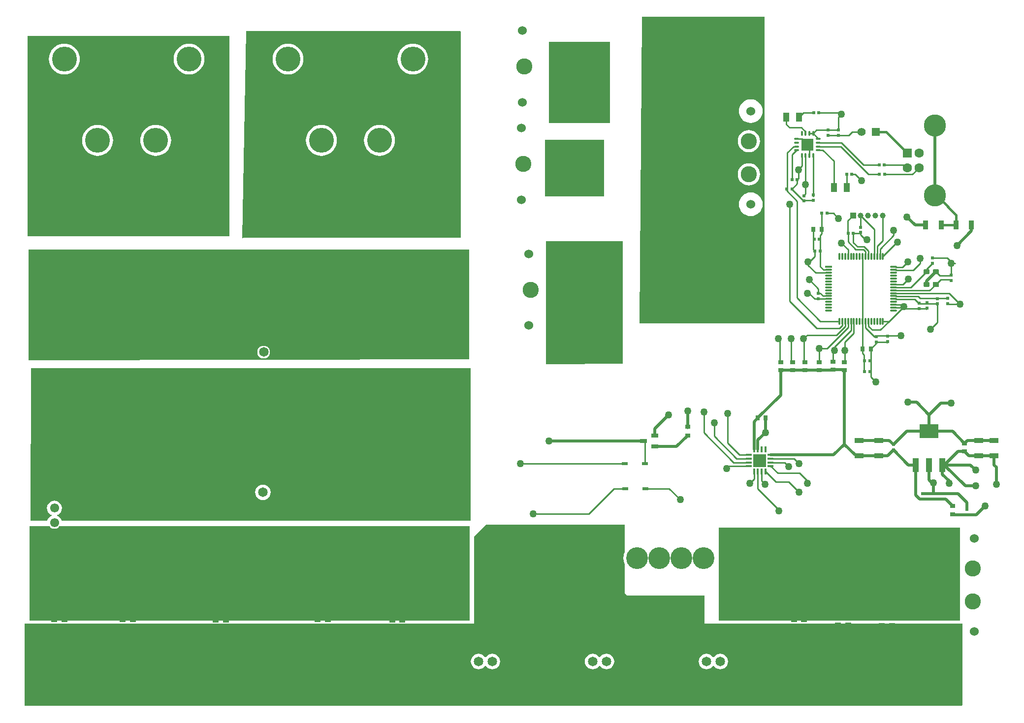
<source format=gtl>
G04*
G04 #@! TF.GenerationSoftware,Altium Limited,Altium Designer,18.1.7 (191)*
G04*
G04 Layer_Physical_Order=1*
G04 Layer_Color=255*
%FSLAX25Y25*%
%MOIN*%
G70*
G01*
G75*
%ADD11C,0.02000*%
%ADD13C,0.01000*%
%ADD18R,0.04375X0.02365*%
%ADD19R,0.02165X0.02165*%
%ADD20R,0.02441X0.02441*%
%ADD21R,0.02165X0.02165*%
%ADD22R,0.02756X0.03347*%
%ADD23R,0.02441X0.02441*%
%ADD24R,0.05118X0.02559*%
%ADD25R,0.03543X0.02756*%
%ADD27R,0.03937X0.09449*%
%ADD28R,0.12992X0.09449*%
%ADD29R,0.03347X0.02756*%
%ADD30R,0.04921X0.01181*%
%ADD31O,0.04921X0.01181*%
%ADD32O,0.01181X0.04921*%
%ADD33O,0.01181X0.03347*%
%ADD34O,0.03347X0.01181*%
%ADD35R,0.08189X0.08189*%
%ADD36R,0.06299X0.03740*%
%ADD37R,0.03937X0.05906*%
%ADD38R,0.03740X0.06299*%
%ADD39R,0.04000X0.09000*%
%ADD40R,0.04000X0.03000*%
G04:AMPARAMS|DCode=41|XSize=35.43mil|YSize=39.37mil|CornerRadius=8.86mil|HoleSize=0mil|Usage=FLASHONLY|Rotation=90.000|XOffset=0mil|YOffset=0mil|HoleType=Round|Shape=RoundedRectangle|*
%AMROUNDEDRECTD41*
21,1,0.03543,0.02165,0,0,90.0*
21,1,0.01772,0.03937,0,0,90.0*
1,1,0.01772,0.01083,0.00886*
1,1,0.01772,0.01083,-0.00886*
1,1,0.01772,-0.01083,-0.00886*
1,1,0.01772,-0.01083,0.00886*
%
%ADD41ROUNDEDRECTD41*%
%ADD42R,0.03937X0.03543*%
%ADD43R,0.03543X0.02953*%
%ADD51R,0.01378X0.03937*%
%ADD52R,0.03937X0.01378*%
%ADD75C,0.06100*%
%ADD77C,0.08800*%
%ADD88R,0.08504X0.08504*%
%ADD89C,0.01600*%
%ADD90C,0.06004*%
%ADD91C,0.10925*%
%ADD92C,0.19311*%
%ADD93C,0.14764*%
%ADD94C,0.06496*%
%ADD95C,0.16831*%
%ADD96C,0.03937*%
%ADD97R,0.03937X0.03937*%
%ADD98C,0.02598*%
%ADD99C,0.14961*%
%ADD100R,0.06299X0.06299*%
%ADD101C,0.06299*%
%ADD102R,0.05512X0.05512*%
%ADD103C,0.05512*%
%ADD104R,0.06496X0.06496*%
%ADD105C,0.05000*%
G36*
X468000Y718500D02*
Y663500D01*
X426500Y663500D01*
Y718500D01*
X468000Y718500D01*
D02*
G37*
G36*
X464000Y614013D02*
X424000D01*
Y652159D01*
X464000D01*
Y614013D01*
D02*
G37*
G36*
X210279Y722500D02*
X210279Y587000D01*
X73672Y587000D01*
X73672Y722500D01*
X210279Y722500D01*
D02*
G37*
G36*
X367000Y725500D02*
Y586000D01*
X220000D01*
X219472Y585472D01*
X219012Y585668D01*
X221500Y726000D01*
X366500D01*
X367000Y725500D01*
D02*
G37*
G36*
X572816Y735500D02*
X572816Y528000D01*
X488361Y528000D01*
X488008Y528355D01*
X489488Y735500D01*
X572816Y735500D01*
D02*
G37*
G36*
X372500Y503500D02*
X74677Y502870D01*
X74323Y503224D01*
Y578000D01*
X372500D01*
Y503500D01*
D02*
G37*
G36*
X476500Y500666D02*
X424855Y500203D01*
X424500Y500554D01*
X424500Y583500D01*
X476500Y583500D01*
X476500Y500666D01*
D02*
G37*
G36*
X373511Y394485D02*
X373157Y394131D01*
X96740Y394145D01*
X96719Y394310D01*
X96213Y395531D01*
X95409Y396579D01*
X94360Y397384D01*
X93716Y397651D01*
Y398192D01*
X94360Y398459D01*
X95409Y399263D01*
X96213Y400312D01*
X96719Y401532D01*
X96891Y402843D01*
X96719Y404153D01*
X96213Y405373D01*
X95409Y406422D01*
X94360Y407226D01*
X93139Y407732D01*
X91829Y407904D01*
X90519Y407732D01*
X89298Y407226D01*
X88250Y406422D01*
X87446Y405373D01*
X86940Y404153D01*
X86768Y402843D01*
X86940Y401532D01*
X87446Y400312D01*
X88250Y399263D01*
X89298Y398459D01*
X89943Y398192D01*
Y397651D01*
X89298Y397384D01*
X88250Y396579D01*
X87446Y395531D01*
X86940Y394310D01*
X86918Y394145D01*
X75853Y394146D01*
X75500Y394500D01*
X76006Y497165D01*
X76011Y497633D01*
X76011Y497633D01*
X373511Y497633D01*
Y394485D01*
D02*
G37*
G36*
X372868Y326500D02*
X74868Y326500D01*
X74868Y390500D01*
X88643D01*
X88941Y390111D01*
X89787Y389462D01*
X90772Y389054D01*
X91829Y388915D01*
X92887Y389054D01*
X93872Y389462D01*
X94718Y390111D01*
X95016Y390500D01*
X372868D01*
X372868Y326500D01*
D02*
G37*
G36*
X704870Y326500D02*
X541784D01*
Y389500D01*
X704870D01*
Y326500D01*
D02*
G37*
G36*
X478000Y373129D02*
X477763Y372686D01*
X477227Y370918D01*
X477046Y369079D01*
X477227Y367240D01*
X477763Y365471D01*
X478000Y365028D01*
Y345000D01*
X479500Y343500D01*
X532000D01*
Y325012D01*
X531512Y324500D01*
X706500D01*
Y269153D01*
X706038Y268962D01*
X706000Y269000D01*
X71500D01*
Y324500D01*
X198532D01*
Y324500D01*
X203532D01*
Y324500D01*
X318000D01*
Y324500D01*
X323000D01*
Y324500D01*
X376207D01*
X375854Y324854D01*
X376043Y383500D01*
X384043Y391500D01*
X478000D01*
Y373129D01*
D02*
G37*
%LPC*%
G36*
X183000Y717448D02*
X181366Y717319D01*
X179771Y716936D01*
X178257Y716309D01*
X176859Y715452D01*
X175612Y714388D01*
X174548Y713141D01*
X173691Y711743D01*
X173064Y710228D01*
X172681Y708634D01*
X172552Y707000D01*
X172681Y705366D01*
X173064Y703771D01*
X173691Y702257D01*
X174548Y700859D01*
X175612Y699613D01*
X176859Y698548D01*
X178257Y697691D01*
X179771Y697064D01*
X181366Y696681D01*
X183000Y696552D01*
X184634Y696681D01*
X186229Y697064D01*
X187743Y697691D01*
X189141Y698548D01*
X190387Y699613D01*
X191452Y700859D01*
X192309Y702257D01*
X192936Y703771D01*
X193319Y705366D01*
X193448Y707000D01*
X193319Y708634D01*
X192936Y710228D01*
X192309Y711743D01*
X191452Y713141D01*
X190387Y714388D01*
X189141Y715452D01*
X187743Y716309D01*
X186229Y716936D01*
X184634Y717319D01*
X183000Y717448D01*
D02*
G37*
G36*
X98512D02*
X96877Y717319D01*
X95283Y716936D01*
X93769Y716309D01*
X92371Y715452D01*
X91124Y714388D01*
X90060Y713141D01*
X89203Y711743D01*
X88576Y710228D01*
X88193Y708634D01*
X88064Y707000D01*
X88193Y705366D01*
X88576Y703771D01*
X89203Y702257D01*
X90060Y700859D01*
X91124Y699613D01*
X92371Y698548D01*
X93769Y697691D01*
X95283Y697064D01*
X96877Y696681D01*
X98512Y696552D01*
X100146Y696681D01*
X101740Y697064D01*
X103255Y697691D01*
X104653Y698548D01*
X105899Y699613D01*
X106964Y700859D01*
X107821Y702257D01*
X108448Y703771D01*
X108831Y705366D01*
X108959Y707000D01*
X108831Y708634D01*
X108448Y710228D01*
X107821Y711743D01*
X106964Y713141D01*
X105899Y714388D01*
X104653Y715452D01*
X103255Y716309D01*
X101740Y716936D01*
X100146Y717319D01*
X98512Y717448D01*
D02*
G37*
G36*
X160441Y662329D02*
X158807Y662201D01*
X157212Y661818D01*
X155698Y661191D01*
X154300Y660334D01*
X153053Y659269D01*
X151989Y658023D01*
X151132Y656625D01*
X150505Y655110D01*
X150122Y653516D01*
X149993Y651882D01*
X150122Y650247D01*
X150505Y648653D01*
X151132Y647139D01*
X151989Y645741D01*
X153053Y644494D01*
X154300Y643430D01*
X155698Y642573D01*
X157212Y641946D01*
X158807Y641563D01*
X160441Y641434D01*
X162075Y641563D01*
X163669Y641946D01*
X165184Y642573D01*
X166582Y643430D01*
X167829Y644494D01*
X168893Y645741D01*
X169750Y647139D01*
X170377Y648653D01*
X170760Y650247D01*
X170888Y651882D01*
X170760Y653516D01*
X170377Y655110D01*
X169750Y656625D01*
X168893Y658023D01*
X167829Y659269D01*
X166582Y660334D01*
X165184Y661191D01*
X163669Y661818D01*
X162075Y662201D01*
X160441Y662329D01*
D02*
G37*
G36*
X121071D02*
X119437Y662201D01*
X117842Y661818D01*
X116328Y661191D01*
X114930Y660334D01*
X113683Y659269D01*
X112619Y658023D01*
X111762Y656625D01*
X111135Y655110D01*
X110752Y653516D01*
X110623Y651882D01*
X110752Y650247D01*
X111135Y648653D01*
X111762Y647139D01*
X112619Y645741D01*
X113683Y644494D01*
X114930Y643430D01*
X116328Y642573D01*
X117842Y641946D01*
X119437Y641563D01*
X121071Y641434D01*
X122705Y641563D01*
X124299Y641946D01*
X125814Y642573D01*
X127212Y643430D01*
X128458Y644494D01*
X129523Y645741D01*
X130380Y647139D01*
X131007Y648653D01*
X131390Y650247D01*
X131518Y651882D01*
X131390Y653516D01*
X131007Y655110D01*
X130380Y656625D01*
X129523Y658023D01*
X128458Y659269D01*
X127212Y660334D01*
X125814Y661191D01*
X124299Y661818D01*
X122705Y662201D01*
X121071Y662329D01*
D02*
G37*
G36*
X334488Y717448D02*
X332854Y717319D01*
X331260Y716936D01*
X329745Y716309D01*
X328347Y715452D01*
X327101Y714388D01*
X326036Y713141D01*
X325179Y711743D01*
X324552Y710228D01*
X324169Y708634D01*
X324041Y707000D01*
X324169Y705366D01*
X324552Y703771D01*
X325179Y702257D01*
X326036Y700859D01*
X327101Y699613D01*
X328347Y698548D01*
X329745Y697691D01*
X331260Y697064D01*
X332854Y696681D01*
X334488Y696552D01*
X336123Y696681D01*
X337717Y697064D01*
X339231Y697691D01*
X340629Y698548D01*
X341876Y699613D01*
X342940Y700859D01*
X343797Y702257D01*
X344424Y703771D01*
X344807Y705366D01*
X344936Y707000D01*
X344807Y708634D01*
X344424Y710228D01*
X343797Y711743D01*
X342940Y713141D01*
X341876Y714388D01*
X340629Y715452D01*
X339231Y716309D01*
X337717Y716936D01*
X336123Y717319D01*
X334488Y717448D01*
D02*
G37*
G36*
X250000D02*
X248366Y717319D01*
X246772Y716936D01*
X245257Y716309D01*
X243859Y715452D01*
X242613Y714388D01*
X241548Y713141D01*
X240691Y711743D01*
X240064Y710228D01*
X239681Y708634D01*
X239552Y707000D01*
X239681Y705366D01*
X240064Y703771D01*
X240691Y702257D01*
X241548Y700859D01*
X242613Y699613D01*
X243859Y698548D01*
X245257Y697691D01*
X246772Y697064D01*
X248366Y696681D01*
X250000Y696552D01*
X251634Y696681D01*
X253228Y697064D01*
X254743Y697691D01*
X256141Y698548D01*
X257387Y699613D01*
X258452Y700859D01*
X259309Y702257D01*
X259936Y703771D01*
X260319Y705366D01*
X260448Y707000D01*
X260319Y708634D01*
X259936Y710228D01*
X259309Y711743D01*
X258452Y713141D01*
X257387Y714388D01*
X256141Y715452D01*
X254743Y716309D01*
X253228Y716936D01*
X251634Y717319D01*
X250000Y717448D01*
D02*
G37*
G36*
X311929Y662329D02*
X310295Y662201D01*
X308701Y661818D01*
X307186Y661191D01*
X305788Y660334D01*
X304542Y659269D01*
X303477Y658023D01*
X302620Y656625D01*
X301993Y655110D01*
X301610Y653516D01*
X301482Y651882D01*
X301610Y650247D01*
X301993Y648653D01*
X302620Y647139D01*
X303477Y645741D01*
X304542Y644494D01*
X305788Y643430D01*
X307186Y642573D01*
X308701Y641946D01*
X310295Y641563D01*
X311929Y641434D01*
X313563Y641563D01*
X315158Y641946D01*
X316672Y642573D01*
X318070Y643430D01*
X319317Y644494D01*
X320381Y645741D01*
X321238Y647139D01*
X321865Y648653D01*
X322248Y650247D01*
X322377Y651882D01*
X322248Y653516D01*
X321865Y655110D01*
X321238Y656625D01*
X320381Y658023D01*
X319317Y659269D01*
X318070Y660334D01*
X316672Y661191D01*
X315158Y661818D01*
X313563Y662201D01*
X311929Y662329D01*
D02*
G37*
G36*
X272559D02*
X270925Y662201D01*
X269331Y661818D01*
X267816Y661191D01*
X266418Y660334D01*
X265172Y659269D01*
X264107Y658023D01*
X263250Y656625D01*
X262623Y655110D01*
X262240Y653516D01*
X262111Y651882D01*
X262240Y650247D01*
X262623Y648653D01*
X263250Y647139D01*
X264107Y645741D01*
X265172Y644494D01*
X266418Y643430D01*
X267816Y642573D01*
X269331Y641946D01*
X270925Y641563D01*
X272559Y641434D01*
X274193Y641563D01*
X275787Y641946D01*
X277302Y642573D01*
X278700Y643430D01*
X279947Y644494D01*
X281011Y645741D01*
X281868Y647139D01*
X282495Y648653D01*
X282878Y650247D01*
X283007Y651882D01*
X282878Y653516D01*
X282495Y655110D01*
X281868Y656625D01*
X281011Y658023D01*
X279947Y659269D01*
X278700Y660334D01*
X277302Y661191D01*
X275787Y661818D01*
X274193Y662201D01*
X272559Y662329D01*
D02*
G37*
G36*
X563279Y679779D02*
X561711Y679624D01*
X560202Y679167D01*
X558811Y678424D01*
X557592Y677423D01*
X556592Y676204D01*
X555849Y674814D01*
X555391Y673305D01*
X555237Y671736D01*
X555391Y670167D01*
X555849Y668658D01*
X556592Y667268D01*
X557592Y666049D01*
X558811Y665049D01*
X560202Y664306D01*
X561711Y663848D01*
X563279Y663694D01*
X564849Y663848D01*
X566357Y664306D01*
X567748Y665049D01*
X568967Y666049D01*
X569967Y667268D01*
X570710Y668658D01*
X571168Y670167D01*
X571322Y671736D01*
X571168Y673305D01*
X570710Y674814D01*
X569967Y676204D01*
X568967Y677423D01*
X567748Y678424D01*
X566357Y679167D01*
X564849Y679624D01*
X563279Y679779D01*
D02*
G37*
G36*
X562000Y658881D02*
X560537Y658737D01*
X559130Y658310D01*
X557834Y657617D01*
X556698Y656684D01*
X555765Y655548D01*
X555072Y654251D01*
X554645Y652845D01*
X554501Y651382D01*
X554645Y649919D01*
X555072Y648512D01*
X555765Y647216D01*
X556698Y646079D01*
X557834Y645147D01*
X559130Y644454D01*
X560537Y644027D01*
X562000Y643883D01*
X563463Y644027D01*
X564870Y644454D01*
X566166Y645147D01*
X567302Y646079D01*
X568235Y647216D01*
X568928Y648512D01*
X569355Y649919D01*
X569499Y651382D01*
X569355Y652845D01*
X568928Y654251D01*
X568235Y655548D01*
X567302Y656684D01*
X566166Y657617D01*
X564870Y658310D01*
X563463Y658737D01*
X562000Y658881D01*
D02*
G37*
G36*
Y636440D02*
X560537Y636296D01*
X559130Y635869D01*
X557834Y635176D01*
X556698Y634243D01*
X555765Y633107D01*
X555072Y631811D01*
X554645Y630404D01*
X554501Y628941D01*
X554645Y627478D01*
X555072Y626071D01*
X555765Y624775D01*
X556698Y623639D01*
X557834Y622706D01*
X559130Y622013D01*
X560537Y621586D01*
X562000Y621442D01*
X563463Y621586D01*
X564870Y622013D01*
X566166Y622706D01*
X567302Y623639D01*
X568235Y624775D01*
X568928Y626071D01*
X569355Y627478D01*
X569499Y628941D01*
X569355Y630404D01*
X568928Y631811D01*
X568235Y633107D01*
X567302Y634243D01*
X566166Y635176D01*
X564870Y635869D01*
X563463Y636296D01*
X562000Y636440D01*
D02*
G37*
G36*
X563279Y616629D02*
X561711Y616475D01*
X560202Y616017D01*
X558811Y615274D01*
X557592Y614274D01*
X556592Y613055D01*
X555849Y611664D01*
X555391Y610156D01*
X555237Y608587D01*
X555391Y607018D01*
X555849Y605509D01*
X556592Y604118D01*
X557592Y602900D01*
X558811Y601899D01*
X560202Y601156D01*
X561711Y600699D01*
X563279Y600544D01*
X564849Y600699D01*
X566357Y601156D01*
X567748Y601899D01*
X568967Y602900D01*
X569967Y604118D01*
X570710Y605509D01*
X571168Y607018D01*
X571322Y608587D01*
X571168Y610156D01*
X570710Y611664D01*
X569967Y613055D01*
X568967Y614274D01*
X567748Y615274D01*
X566357Y616017D01*
X564849Y616475D01*
X563279Y616629D01*
D02*
G37*
G36*
X233500Y512784D02*
X232391Y512639D01*
X231358Y512211D01*
X230470Y511529D01*
X229789Y510642D01*
X229361Y509609D01*
X229215Y508500D01*
X229361Y507391D01*
X229789Y506357D01*
X230470Y505470D01*
X231358Y504789D01*
X232391Y504361D01*
X233500Y504215D01*
X234609Y504361D01*
X235642Y504789D01*
X236530Y505470D01*
X237211Y506357D01*
X237639Y507391D01*
X237785Y508500D01*
X237639Y509609D01*
X237211Y510642D01*
X236530Y511529D01*
X235642Y512211D01*
X234609Y512639D01*
X233500Y512784D01*
D02*
G37*
G36*
X233000Y418761D02*
X231638Y418582D01*
X230369Y418057D01*
X229279Y417220D01*
X228443Y416131D01*
X227918Y414862D01*
X227738Y413500D01*
X227918Y412138D01*
X228443Y410869D01*
X229279Y409780D01*
X230369Y408943D01*
X231638Y408418D01*
X233000Y408239D01*
X234362Y408418D01*
X235631Y408943D01*
X236720Y409780D01*
X237557Y410869D01*
X238082Y412138D01*
X238262Y413500D01*
X238082Y414862D01*
X237557Y416131D01*
X236720Y417220D01*
X235631Y418057D01*
X234362Y418582D01*
X233000Y418761D01*
D02*
G37*
G36*
X542694Y304293D02*
X541324Y304113D01*
X540047Y303584D01*
X538951Y302743D01*
X538363Y301977D01*
X537733D01*
X537145Y302743D01*
X536049Y303584D01*
X534772Y304113D01*
X533402Y304293D01*
X532032Y304113D01*
X530756Y303584D01*
X529659Y302743D01*
X528818Y301647D01*
X528289Y300370D01*
X528109Y299000D01*
X528289Y297630D01*
X528818Y296353D01*
X529659Y295257D01*
X530756Y294416D01*
X532032Y293887D01*
X533402Y293707D01*
X534772Y293887D01*
X536049Y294416D01*
X537145Y295257D01*
X537733Y296023D01*
X538363D01*
X538951Y295257D01*
X540047Y294416D01*
X541324Y293887D01*
X542694Y293707D01*
X544064Y293887D01*
X545340Y294416D01*
X546436Y295257D01*
X547278Y296353D01*
X547807Y297630D01*
X547987Y299000D01*
X547807Y300370D01*
X547278Y301647D01*
X546436Y302743D01*
X545340Y303584D01*
X544064Y304113D01*
X542694Y304293D01*
D02*
G37*
G36*
X465528D02*
X464158Y304113D01*
X462882Y303584D01*
X461785Y302743D01*
X461198Y301977D01*
X460567D01*
X459980Y302743D01*
X458883Y303584D01*
X457607Y304113D01*
X456237Y304293D01*
X454867Y304113D01*
X453590Y303584D01*
X452494Y302743D01*
X451653Y301647D01*
X451124Y300370D01*
X450944Y299000D01*
X451124Y297630D01*
X451653Y296353D01*
X452494Y295257D01*
X453590Y294416D01*
X454867Y293887D01*
X456237Y293707D01*
X457607Y293887D01*
X458883Y294416D01*
X459980Y295257D01*
X460567Y296023D01*
X461198D01*
X461785Y295257D01*
X462882Y294416D01*
X464158Y293887D01*
X465528Y293707D01*
X466898Y293887D01*
X468175Y294416D01*
X469271Y295257D01*
X470112Y296353D01*
X470641Y297630D01*
X470822Y299000D01*
X470641Y300370D01*
X470112Y301647D01*
X469271Y302743D01*
X468175Y303584D01*
X466898Y304113D01*
X465528Y304293D01*
D02*
G37*
G36*
X388363D02*
X386993Y304113D01*
X385716Y303584D01*
X384620Y302743D01*
X384032Y301977D01*
X383402D01*
X382814Y302743D01*
X381718Y303584D01*
X380441Y304113D01*
X379071Y304293D01*
X377701Y304113D01*
X376425Y303584D01*
X375328Y302743D01*
X374487Y301647D01*
X373958Y300370D01*
X373778Y299000D01*
X373958Y297630D01*
X374487Y296353D01*
X375328Y295257D01*
X376425Y294416D01*
X377701Y293887D01*
X379071Y293707D01*
X380441Y293887D01*
X381718Y294416D01*
X382814Y295257D01*
X383402Y296023D01*
X384032D01*
X384620Y295257D01*
X385716Y294416D01*
X386993Y293887D01*
X388363Y293707D01*
X389733Y293887D01*
X391009Y294416D01*
X392106Y295257D01*
X392947Y296353D01*
X393476Y297630D01*
X393656Y299000D01*
X393476Y300370D01*
X392947Y301647D01*
X392106Y302743D01*
X391009Y303584D01*
X389733Y304113D01*
X388363Y304293D01*
D02*
G37*
%LPD*%
D11*
X609500Y496185D02*
X618662D01*
X583500D02*
X609500D01*
X619339Y438839D02*
X626581Y446081D01*
X576808Y438839D02*
X619339D01*
X626724Y445937D02*
Y496366D01*
Y445937D02*
X633823Y438839D01*
X426500Y448314D02*
X490074D01*
X498240Y452740D02*
Y456597D01*
X507500Y465857D01*
X498974Y444574D02*
X506973D01*
X507000Y444547D01*
X513000Y444500D02*
X520500Y452000D01*
X506953Y444500D02*
X513000D01*
X520500Y457240D02*
Y468500D01*
X729500Y419000D02*
Y430500D01*
X728000Y432000D02*
X729500Y430500D01*
X728000Y432000D02*
Y438283D01*
X697500Y419500D02*
Y421339D01*
X693055Y425783D02*
X697500Y421339D01*
X687000Y413275D02*
Y420000D01*
X686216Y412491D02*
X687000Y413275D01*
X685839Y420000D02*
X687000D01*
X684000Y421839D02*
X685839Y420000D01*
X684000Y421839D02*
Y432083D01*
X694417D02*
X711917D01*
X693055D02*
X694417D01*
X693055Y425783D02*
Y432083D01*
X694417D02*
X708500Y418000D01*
X715500D01*
X674945Y411555D02*
Y432083D01*
Y411555D02*
X677631Y408869D01*
X686216Y412491D02*
X693716D01*
X686216Y412491D02*
Y412491D01*
X679716Y408869D02*
X686216D01*
X677631D02*
X679716D01*
X703579Y441244D02*
X708000D01*
X694417Y432083D02*
X703579Y441244D01*
X633823Y438839D02*
X635984D01*
X506953Y444500D02*
X507000Y444547D01*
X711917Y432083D02*
X715500Y428500D01*
X693716Y412491D02*
X703500D01*
X709500Y406491D01*
Y402000D02*
Y406491D01*
X679716Y412491D02*
X686216D01*
X686216Y412491D01*
X695387Y408869D02*
X700000Y404256D01*
X693716Y408869D02*
X695387D01*
X693716Y412491D02*
X693716Y412491D01*
X686216Y408869D02*
X693716D01*
X565489Y461449D02*
X567851Y463811D01*
X565489Y442480D02*
Y461449D01*
X583500Y479460D02*
Y496185D01*
X567851Y463811D02*
X583500Y479460D01*
X635984Y438839D02*
X636657Y438165D01*
X700000Y398744D02*
X700366Y398378D01*
X709500D01*
X716009D01*
X722000Y404369D01*
X669500Y474500D02*
X675500D01*
X684000Y466000D01*
X692000Y474000D02*
X698839D01*
X684000Y466000D02*
X692000Y474000D01*
X684000Y454917D02*
Y466000D01*
X636657Y438165D02*
X636819Y438327D01*
X650000D01*
X656138D01*
X660000Y442189D01*
X670106Y432083D01*
X674945D01*
X636657Y448598D02*
X636819Y448760D01*
X650000D01*
X657051D01*
X660000Y445811D01*
X669107Y454917D01*
X684000D01*
X699838D02*
X708000Y446756D01*
X684000Y454917D02*
X699838D01*
X728000Y448716D02*
X728000Y448716D01*
X717500Y448716D02*
X728000D01*
X728000Y438283D02*
X728000Y438283D01*
X717500Y438283D02*
X728000D01*
X710961D02*
X717500D01*
X708000Y441244D02*
X710961Y438283D01*
X709961Y448716D02*
X717500D01*
X708000Y446756D02*
X709961Y448716D01*
X568048Y448925D02*
X573166Y454043D01*
X568048Y442480D02*
Y448925D01*
X573166Y454043D02*
X573363Y454240D01*
Y463811D01*
X626701Y496523D02*
X626724Y496500D01*
X619000Y496523D02*
X626701D01*
X618662Y496185D02*
X619000Y496523D01*
X703000Y580787D02*
X712717Y590504D01*
Y594543D01*
X655732Y515421D02*
X656000Y515689D01*
X682311Y538000D02*
X682500Y538189D01*
X637500Y589000D02*
Y589543D01*
X687890Y614641D02*
Y662043D01*
X647906Y488213D02*
X647917Y488224D01*
X674500Y594543D02*
X681783D01*
X669000Y600043D02*
X674500Y594543D01*
X682201Y556716D02*
X688500Y563015D01*
X682201Y554354D02*
Y556716D01*
D13*
X671492Y552307D02*
X682201Y563015D01*
X661311Y552307D02*
X671492D01*
X598716Y614815D02*
X599541D01*
X600382Y615656D02*
Y622043D01*
X599541Y614815D02*
X600382Y615656D01*
X588000Y619043D02*
Y643543D01*
X594772Y545145D02*
Y610774D01*
X587728Y617817D02*
X594772Y610774D01*
X587728Y617817D02*
Y619043D01*
X697949Y560260D02*
X699000Y561311D01*
X696500Y541307D02*
X696807Y541000D01*
X597823Y652862D02*
X601661Y649023D01*
X602941Y641543D02*
Y647744D01*
X605744Y577945D02*
Y591500D01*
X606531Y544512D02*
X616102D01*
X644547Y491645D02*
Y510767D01*
X605744Y577945D02*
X606689Y577000D01*
X605744Y591500D02*
Y592500D01*
X610311Y577000D02*
Y587555D01*
Y566445D02*
Y577000D01*
X611256Y588500D02*
Y596000D01*
X610311Y587555D02*
X611256Y588500D01*
X606689Y573232D02*
Y577000D01*
X626724Y496500D02*
X626949D01*
X491583Y433000D02*
Y447491D01*
X490760Y448314D02*
X491583Y447491D01*
X576808Y436322D02*
X592677D01*
X573166Y427563D02*
X580186Y420543D01*
X588957D02*
X596000Y413500D01*
X592677Y436322D02*
X596000Y433000D01*
X580186Y420543D02*
X588957D01*
X586236Y433764D02*
X589000Y431000D01*
X576808Y433764D02*
X586236D01*
X576808Y431204D02*
X581512Y426500D01*
X596366D02*
X601661Y421204D01*
X581512Y426500D02*
X596366D01*
X601661Y419543D02*
Y421204D01*
X696189Y572311D02*
X699000Y569500D01*
X698929Y568763D02*
X701641D01*
X698929Y561382D02*
Y568763D01*
Y561382D02*
X699000Y561311D01*
X407457Y433000D02*
X476945D01*
X622500Y655189D02*
X629689D01*
X632043Y657543D01*
X638157D01*
X648342Y515421D02*
X655732D01*
X677221Y538000D02*
X682311D01*
X678000Y544929D02*
X685811D01*
X676528Y546401D02*
X678000Y544929D01*
X685811D02*
X696500D01*
X689500Y528500D02*
Y540385D01*
X685000Y524000D02*
X689500Y528500D01*
X688500Y541385D02*
X689500Y540385D01*
X677221Y541385D02*
X688500D01*
X697500Y548370D02*
X704870Y541000D01*
X696807D02*
X704870D01*
X661311Y546401D02*
X676528D01*
X602941Y557543D02*
X609142Y551342D01*
Y548311D02*
Y551342D01*
Y548311D02*
X610338D01*
X612169Y546480D01*
X602673Y548370D02*
X606531Y544512D01*
X601661Y548370D02*
X602673D01*
X644547Y510767D02*
X648342Y514562D01*
Y515421D01*
X645543Y523500D02*
X651130D01*
X657083Y529452D01*
X647457Y519500D02*
X664941D01*
X647000Y519043D02*
X647457Y519500D01*
X641004Y525039D02*
X647000Y519043D01*
X642972Y526071D02*
X645543Y523500D01*
X623662Y670500D02*
X624662Y669500D01*
X609377Y670500D02*
X623662D01*
X632811Y589000D02*
X637500D01*
X674173Y544433D02*
X677221Y541385D01*
X622500Y667338D02*
X624662Y669500D01*
X622500Y658811D02*
Y667338D01*
X605605Y656609D02*
X607807Y658811D01*
X615500D01*
Y655189D02*
X622500D01*
X615500Y658811D02*
X622500D01*
X602957Y569500D02*
X606689Y573232D01*
X602000Y569500D02*
X602957D01*
X602000Y567444D02*
X607216Y562228D01*
X602000Y567444D02*
Y569500D01*
X619186Y602500D02*
X622686Y599000D01*
X615000Y602500D02*
X619186D01*
X611256Y596000D02*
Y601756D01*
X610311Y566445D02*
X612559Y564197D01*
X624662Y582354D02*
X629193Y577823D01*
Y573350D02*
Y577823D01*
X667000Y539370D02*
X668370Y538000D01*
X677221D01*
X661311Y544433D02*
X674173D01*
X637500Y601043D02*
X646909Y591634D01*
Y573350D02*
Y591634D01*
X637500Y593086D02*
Y601043D01*
X641004Y584496D02*
X642000D01*
X637500Y588000D02*
X641004Y584496D01*
X637500Y588000D02*
Y589000D01*
X632811Y582689D02*
Y589000D01*
Y582689D02*
X635500Y580000D01*
X639972D01*
X642972Y577000D01*
Y573350D02*
Y577000D01*
X641004Y573350D02*
Y576543D01*
X639532Y578016D02*
X641004Y576543D01*
X634339Y578016D02*
X639532D01*
X629189Y583165D02*
X634339Y578016D01*
X629189Y583165D02*
Y589000D01*
X629000Y590047D02*
Y597543D01*
X632500Y601043D01*
X491791Y416000D02*
X491797Y415995D01*
X478203D02*
X478209Y416000D01*
X470638Y415995D02*
X478203D01*
X633843Y628815D02*
X638157Y624500D01*
X631772Y628815D02*
X633843D01*
X628161Y628000D02*
X628228D01*
X628161Y620043D02*
X628161Y628000D01*
X491797Y415995D02*
X508005D01*
X515500Y408500D01*
X416000Y399000D02*
X453643D01*
X470638Y415995D01*
X570607Y421436D02*
Y427563D01*
X600382Y657661D02*
Y658161D01*
Y656504D02*
Y657661D01*
X597543Y660500D02*
X600382Y657661D01*
X589500Y660500D02*
X597543D01*
X587280Y662720D02*
X589500Y660500D01*
X587280Y662720D02*
Y667500D01*
X595941D02*
X598941Y670500D01*
X605605D01*
X612559Y564197D02*
X616102D01*
X598957Y517500D02*
X601500Y520043D01*
X590500Y503161D02*
Y516339D01*
Y503161D02*
X591661Y502000D01*
X590500Y517500D02*
X590690D01*
X591661Y516529D01*
X590500Y516339D02*
Y517500D01*
Y516339D02*
X591000Y515839D01*
X599356Y501686D02*
Y516529D01*
X619000Y508500D02*
X620000Y509500D01*
X619000Y501838D02*
Y508500D01*
X582841Y502255D02*
Y517255D01*
X609500Y501658D02*
Y502000D01*
Y501658D02*
X609788Y502000D01*
X568048Y415995D02*
Y427563D01*
X609500Y502000D02*
X609788Y502288D01*
Y511043D01*
X626949Y501681D02*
Y509198D01*
X565489Y422532D02*
Y427563D01*
X626949Y515256D02*
X633130Y521437D01*
X626949Y510767D02*
Y515256D01*
X633130Y521437D02*
Y529452D01*
X631161Y523161D02*
Y529452D01*
X620000Y512000D02*
X631161Y523161D01*
X620000Y509500D02*
Y512000D01*
X627224Y525937D02*
Y529452D01*
X621330Y520043D02*
X627224Y525937D01*
X601500Y520043D02*
X621330D01*
X629193Y525193D02*
Y529452D01*
X615043Y511043D02*
X629193Y525193D01*
X609788Y511043D02*
X615043D01*
X691835Y557689D02*
X698929D01*
X688500Y554354D02*
X691835Y557689D01*
X691256Y560260D02*
X697949D01*
X688500Y563015D02*
X691256Y560260D01*
X684484Y550338D02*
X688500Y554354D01*
X661311Y550338D02*
X684484D01*
X682201Y563015D02*
Y564469D01*
X686421Y568689D01*
Y572311D02*
X696189D01*
X686000D02*
X686421D01*
X639035Y510767D02*
Y529452D01*
X647917Y488224D02*
Y488276D01*
X644547Y491645D02*
X647917Y488276D01*
X640047Y495578D02*
Y506756D01*
X639736Y495267D02*
X640047Y495578D01*
X612114Y645185D02*
X619500Y637799D01*
Y621023D02*
Y637799D01*
X568048Y415995D02*
X582400Y401643D01*
Y401043D02*
Y401643D01*
X654000Y628815D02*
X672615D01*
X677221Y633421D01*
X643000Y629043D02*
X650457D01*
X624299Y647744D02*
X643000Y629043D01*
X667496Y635271D02*
X669347Y633421D01*
X653772Y635271D02*
X667496D01*
X570607Y421436D02*
X573000Y419043D01*
X546839Y429543D02*
X548500Y431204D01*
X546500Y429204D02*
X546839Y429543D01*
X562500Y419543D02*
X565489Y422532D01*
X548500Y431204D02*
X561848D01*
X547500Y447043D02*
X555661Y438881D01*
X547500Y447043D02*
Y467043D01*
X538500Y451543D02*
X553721Y436322D01*
X538500Y451543D02*
Y460543D01*
X531500Y454043D02*
X551780Y433764D01*
X531500Y454043D02*
Y468043D01*
X551780Y433764D02*
X561848D01*
X553721Y436322D02*
X561848D01*
X555661Y438881D02*
X561848D01*
X639035Y529452D02*
Y573350D01*
X641004Y525039D02*
Y529452D01*
X642972Y526071D02*
Y529452D01*
X652815D02*
X657083D01*
X667000Y539370D01*
X666171Y554275D02*
X669939Y558043D01*
X678000Y568763D02*
Y572043D01*
X673354Y564118D02*
X678000Y568763D01*
X589500Y543043D02*
Y608543D01*
Y543043D02*
X608000Y524543D01*
X623287D01*
X625256Y526511D01*
X594772Y545145D02*
X610465Y529452D01*
X623287D01*
X648878Y573350D02*
Y580421D01*
X652500Y584043D01*
Y601043D01*
X660000Y587543D02*
Y591043D01*
X650846Y573350D02*
Y578389D01*
X660000Y587543D01*
X652815Y573350D02*
X662319Y582854D01*
X662500D01*
X602941Y555708D02*
Y557543D01*
X607216Y562228D02*
X616102D01*
X612169Y546480D02*
X616102D01*
X625256Y526511D02*
Y529452D01*
X591272Y618716D02*
X598716Y611271D01*
X665271Y538527D02*
X666090Y539346D01*
X667000Y539370D01*
X664941Y540496D02*
X666090Y539346D01*
X661311Y540496D02*
X664941D01*
X661311Y538527D02*
X665271D01*
X600382Y622043D02*
Y640307D01*
X594181Y652862D02*
X597823D01*
X591272Y618716D02*
Y619043D01*
X598716Y611271D02*
X605500D01*
X591272Y619043D02*
X594772Y622543D01*
Y625197D01*
X595500Y625925D01*
Y632043D01*
X588000Y643543D02*
X592201Y647744D01*
X594181D01*
X591228Y642232D02*
X594181Y645185D01*
X591228Y625197D02*
Y642232D01*
X601661Y649023D02*
X602941Y647744D01*
X605500Y614043D02*
Y641543D01*
X596772Y633421D02*
X597823Y634472D01*
Y641543D01*
X605500Y656504D02*
X609142Y652862D01*
X639693Y635271D02*
X650500D01*
X624662Y650303D02*
X639693Y635271D01*
X609142Y650303D02*
X624662D01*
X609142Y647744D02*
X624299D01*
X609142Y645185D02*
X612114D01*
X602941Y656504D02*
X605500D01*
X702283Y594543D02*
X702284Y594543D01*
X669347Y633421D02*
X669939Y634013D01*
X661311Y564118D02*
X673354D01*
X666090Y566086D02*
X669500Y569496D01*
X639035Y507767D02*
X640047Y506756D01*
X661311Y548370D02*
X697500D01*
X661311Y554275D02*
X666171D01*
X661311Y566086D02*
X666090D01*
X639035Y507767D02*
Y510767D01*
X691500Y612216D02*
Y612618D01*
D18*
X491583Y433000D02*
D03*
X478000D02*
D03*
X492000Y416000D02*
D03*
X478417D02*
D03*
D19*
X611457Y602500D02*
D03*
X615000D02*
D03*
X587728Y619043D02*
D03*
X591272D02*
D03*
X591228Y625197D02*
D03*
X594772D02*
D03*
X628228Y628815D02*
D03*
X631772D02*
D03*
X609377Y670500D02*
D03*
X605833D02*
D03*
X650457Y629043D02*
D03*
X654000D02*
D03*
X650228Y635271D02*
D03*
X653772D02*
D03*
D20*
X699000Y557000D02*
D03*
Y560622D02*
D03*
X660000Y445811D02*
D03*
Y442189D02*
D03*
X693716Y412491D02*
D03*
Y408869D02*
D03*
X686216Y412491D02*
D03*
Y408869D02*
D03*
X679716Y412491D02*
D03*
Y408869D02*
D03*
X709500Y402000D02*
D03*
Y398378D02*
D03*
X656000Y519311D02*
D03*
Y515689D02*
D03*
X682500Y538189D02*
D03*
Y541811D02*
D03*
X609142Y544689D02*
D03*
Y548311D02*
D03*
X622500Y658811D02*
D03*
Y655189D02*
D03*
X615500Y658811D02*
D03*
Y655189D02*
D03*
X696500Y544811D02*
D03*
Y541189D02*
D03*
X677221Y541622D02*
D03*
Y538000D02*
D03*
X686421Y568689D02*
D03*
Y572311D02*
D03*
X648342Y519043D02*
D03*
Y515421D02*
D03*
D21*
X689500Y544771D02*
D03*
Y541228D02*
D03*
X637500Y589543D02*
D03*
Y593086D02*
D03*
X599356Y610846D02*
D03*
Y614389D02*
D03*
X605500Y614815D02*
D03*
Y611271D02*
D03*
D22*
X611256Y591500D02*
D03*
X605744D02*
D03*
X573363Y463811D02*
D03*
X567851D02*
D03*
X639035Y510767D02*
D03*
X644547D02*
D03*
D23*
X609811Y585000D02*
D03*
X606189D02*
D03*
X606689Y577000D02*
D03*
X610311D02*
D03*
X643819Y495267D02*
D03*
X640197D02*
D03*
Y502724D02*
D03*
X643819D02*
D03*
X632811Y589000D02*
D03*
X629189D02*
D03*
D24*
X498240Y444574D02*
D03*
Y452054D02*
D03*
X490760Y448314D02*
D03*
D25*
X520500Y457905D02*
D03*
Y452000D02*
D03*
D27*
X674945Y432083D02*
D03*
X684000D02*
D03*
X693055D02*
D03*
D28*
X684000Y454917D02*
D03*
D29*
X700000Y404256D02*
D03*
Y398744D02*
D03*
X708000Y446756D02*
D03*
Y441244D02*
D03*
D30*
X616102Y566165D02*
D03*
D31*
Y564197D02*
D03*
Y562228D02*
D03*
Y560260D02*
D03*
Y558291D02*
D03*
Y556323D02*
D03*
Y554354D02*
D03*
Y552386D02*
D03*
Y550417D02*
D03*
Y548449D02*
D03*
Y546480D02*
D03*
Y544512D02*
D03*
Y542543D02*
D03*
Y540575D02*
D03*
Y538606D02*
D03*
Y536638D02*
D03*
X660000D02*
D03*
Y538606D02*
D03*
Y540575D02*
D03*
Y542543D02*
D03*
Y544512D02*
D03*
Y546480D02*
D03*
Y548449D02*
D03*
Y550417D02*
D03*
Y552386D02*
D03*
Y554354D02*
D03*
Y556323D02*
D03*
Y558291D02*
D03*
Y560260D02*
D03*
Y562228D02*
D03*
Y564197D02*
D03*
Y566165D02*
D03*
D32*
X623287Y529452D02*
D03*
X625256D02*
D03*
X627224D02*
D03*
X629193D02*
D03*
X631161D02*
D03*
X633130D02*
D03*
X635098D02*
D03*
X637067D02*
D03*
X639035D02*
D03*
X641004D02*
D03*
X642972D02*
D03*
X644941D02*
D03*
X646909D02*
D03*
X648878D02*
D03*
X650846D02*
D03*
X652815D02*
D03*
Y573350D02*
D03*
X650846D02*
D03*
X648878D02*
D03*
X646909D02*
D03*
X644941D02*
D03*
X642972D02*
D03*
X641004D02*
D03*
X639035D02*
D03*
X637067D02*
D03*
X635098D02*
D03*
X633130D02*
D03*
X631161D02*
D03*
X629193D02*
D03*
X627224D02*
D03*
X625256D02*
D03*
X623287D02*
D03*
D33*
X597823Y641543D02*
D03*
X600382D02*
D03*
X602941D02*
D03*
X605500D02*
D03*
Y656504D02*
D03*
X602941D02*
D03*
X600382D02*
D03*
X597823D02*
D03*
D34*
X609142Y645185D02*
D03*
Y647744D02*
D03*
Y650303D02*
D03*
Y652862D02*
D03*
X594181D02*
D03*
Y650303D02*
D03*
Y647744D02*
D03*
Y645185D02*
D03*
D35*
X601661Y649023D02*
D03*
D36*
X728000Y448716D02*
D03*
Y438283D02*
D03*
X717500Y448716D02*
D03*
Y438283D02*
D03*
X650000Y448760D02*
D03*
Y438327D02*
D03*
X636657Y448598D02*
D03*
Y438165D02*
D03*
D37*
X628161Y620043D02*
D03*
X619500D02*
D03*
X587280Y667500D02*
D03*
X595941D02*
D03*
D38*
X681783Y594543D02*
D03*
X692216D02*
D03*
X702284Y594543D02*
D03*
X712717D02*
D03*
D39*
X652032Y330984D02*
D03*
X659000Y330984D02*
D03*
X276969Y329984D02*
D03*
X270000Y329984D02*
D03*
X622225Y331500D02*
D03*
X629193Y331500D02*
D03*
X599468Y330001D02*
D03*
X592500Y330000D02*
D03*
X320500Y329500D02*
D03*
X327469Y329500D02*
D03*
X208000D02*
D03*
X201032Y329500D02*
D03*
X138000Y330000D02*
D03*
X144969Y330000D02*
D03*
X98548D02*
D03*
X91579Y330000D02*
D03*
D40*
X652031Y323500D02*
D03*
X659000D02*
D03*
X276968Y322500D02*
D03*
X270000D02*
D03*
X622224Y324016D02*
D03*
X629193D02*
D03*
X599468Y322516D02*
D03*
X592500D02*
D03*
X320500Y322016D02*
D03*
X327469D02*
D03*
X208000D02*
D03*
X201031D02*
D03*
X138000Y322516D02*
D03*
X144969D02*
D03*
X98548D02*
D03*
X91579D02*
D03*
D41*
X682201Y554354D02*
D03*
Y563015D02*
D03*
X688500D02*
D03*
D42*
Y554354D02*
D03*
D43*
X609500Y496343D02*
D03*
Y501658D02*
D03*
X626724Y496366D02*
D03*
Y501681D02*
D03*
X600000Y496343D02*
D03*
Y501658D02*
D03*
X619000Y496523D02*
D03*
Y501838D02*
D03*
X583500Y501500D02*
D03*
Y496185D02*
D03*
X591661Y501657D02*
D03*
Y496343D02*
D03*
D51*
X573167Y442480D02*
D03*
X570608D02*
D03*
X568048D02*
D03*
X565489D02*
D03*
Y427520D02*
D03*
X568048D02*
D03*
X570608D02*
D03*
X573167D02*
D03*
D52*
X561848Y438839D02*
D03*
Y436280D02*
D03*
Y433721D02*
D03*
Y431161D02*
D03*
X576808D02*
D03*
Y433721D02*
D03*
Y436280D02*
D03*
Y438839D02*
D03*
D75*
X91829Y402843D02*
D03*
Y393000D02*
D03*
D77*
X520000Y546500D02*
D03*
Y559500D02*
D03*
X467000Y546500D02*
D03*
Y559500D02*
D03*
X512500Y626071D02*
D03*
Y639071D02*
D03*
X459500Y626071D02*
D03*
Y639071D02*
D03*
X514500Y693500D02*
D03*
Y706500D02*
D03*
X461500Y693500D02*
D03*
Y706500D02*
D03*
D88*
X569328Y435000D02*
D03*
D89*
X655067Y657543D02*
X669347Y643263D01*
X648000Y657543D02*
X655067D01*
X691500Y612216D02*
X702284Y601433D01*
Y594543D02*
Y601433D01*
X692216Y594543D02*
X702283D01*
D90*
X563279Y671736D02*
D03*
Y608587D02*
D03*
X714780Y319205D02*
D03*
Y382354D02*
D03*
X408720Y677709D02*
D03*
Y726291D02*
D03*
X408000Y611709D02*
D03*
Y660291D02*
D03*
X413000Y526500D02*
D03*
Y575083D02*
D03*
D91*
X562000Y651382D02*
D03*
Y628941D02*
D03*
X539559Y651382D02*
D03*
Y628941D02*
D03*
X691059Y339559D02*
D03*
Y362000D02*
D03*
X713500Y339559D02*
D03*
Y362000D02*
D03*
X432441Y702000D02*
D03*
X410000D02*
D03*
X431720Y636000D02*
D03*
X409279D02*
D03*
X436721Y550791D02*
D03*
X414280D02*
D03*
D92*
X217770Y567729D02*
D03*
X143880Y629730D02*
D03*
X121610Y603190D02*
D03*
X195500Y541189D02*
D03*
X328671Y568000D02*
D03*
X254781Y630001D02*
D03*
X232511Y603461D02*
D03*
X306402Y541460D02*
D03*
D93*
X390410Y369079D02*
D03*
X405371D02*
D03*
X420331D02*
D03*
X435292D02*
D03*
X486473D02*
D03*
X501434D02*
D03*
X516394D02*
D03*
X531355D02*
D03*
D94*
X379071Y299000D02*
D03*
X388363D02*
D03*
X456237D02*
D03*
X465528D02*
D03*
X533402D02*
D03*
X542694D02*
D03*
X233000Y353500D02*
D03*
Y413500D02*
D03*
X123000D02*
D03*
X233500Y448500D02*
D03*
Y508500D02*
D03*
X123500D02*
D03*
D95*
X250000Y707000D02*
D03*
X334488D02*
D03*
X311929Y671567D02*
D03*
Y651882D02*
D03*
X272559Y671567D02*
D03*
Y651882D02*
D03*
X121071D02*
D03*
Y671567D02*
D03*
X160441Y651882D02*
D03*
Y671567D02*
D03*
X183000Y707000D02*
D03*
X98512D02*
D03*
D96*
X652500Y601043D02*
D03*
X647500D02*
D03*
X642500D02*
D03*
X637500D02*
D03*
D97*
X632500D02*
D03*
D98*
X599428Y646991D02*
D03*
Y651141D02*
D03*
X603601D02*
D03*
Y646991D02*
D03*
D99*
X687890Y662043D02*
D03*
Y614641D02*
D03*
D100*
X669347Y643263D02*
D03*
D101*
Y633421D02*
D03*
X677221Y643263D02*
D03*
Y633421D02*
D03*
D102*
X648000Y657543D02*
D03*
D103*
X638157D02*
D03*
D104*
X123000Y353500D02*
D03*
X123500Y448500D02*
D03*
D105*
X97500Y592000D02*
D03*
X544000Y550500D02*
D03*
X544500Y533000D02*
D03*
X525500Y532500D02*
D03*
X505000Y533000D02*
D03*
X558000Y725500D02*
D03*
X536500Y726500D02*
D03*
X517000Y727000D02*
D03*
X498500D02*
D03*
X677500Y377500D02*
D03*
X292000Y706500D02*
D03*
X358500Y611500D02*
D03*
X358000Y701500D02*
D03*
Y687000D02*
D03*
Y671000D02*
D03*
Y656500D02*
D03*
Y641000D02*
D03*
Y626500D02*
D03*
X306500Y707500D02*
D03*
X275500Y708000D02*
D03*
X358500Y596500D02*
D03*
X347000Y596000D02*
D03*
X332000D02*
D03*
X315000Y597000D02*
D03*
X299000Y596000D02*
D03*
X272500Y594500D02*
D03*
X259000D02*
D03*
X246000Y595000D02*
D03*
X223500Y620500D02*
D03*
X226000Y638000D02*
D03*
Y654000D02*
D03*
X225500Y668500D02*
D03*
Y682500D02*
D03*
X226000Y700500D02*
D03*
X225500Y713000D02*
D03*
X198500Y669500D02*
D03*
Y683500D02*
D03*
X199000Y697000D02*
D03*
X199500Y711000D02*
D03*
X198500Y655000D02*
D03*
X196686Y639500D02*
D03*
X155000Y716000D02*
D03*
X138500Y716500D02*
D03*
X80000Y715500D02*
D03*
X79500Y700000D02*
D03*
X80000Y688500D02*
D03*
X80400Y672000D02*
D03*
X80000Y656000D02*
D03*
X81000Y639071D02*
D03*
X80500Y625000D02*
D03*
Y609500D02*
D03*
X119500Y716000D02*
D03*
X197000Y623500D02*
D03*
X196711Y608587D02*
D03*
X196710Y593500D02*
D03*
X177509D02*
D03*
X158307D02*
D03*
X139105D02*
D03*
X81500D02*
D03*
X507500Y465857D02*
D03*
X520500Y468500D02*
D03*
X729500Y419000D02*
D03*
X697500Y419500D02*
D03*
X687000Y420000D02*
D03*
X715500Y418000D02*
D03*
X426500Y448314D02*
D03*
X715500Y428500D02*
D03*
X669500Y474500D02*
D03*
X698839Y474000D02*
D03*
X722000Y404369D02*
D03*
X596000Y413500D02*
D03*
Y433000D02*
D03*
X589000Y431000D02*
D03*
X601661Y419543D02*
D03*
X703000Y580787D02*
D03*
X698929Y568763D02*
D03*
X407457Y433000D02*
D03*
X704870Y541000D02*
D03*
X685000Y524000D02*
D03*
X601661Y548370D02*
D03*
X664941Y519500D02*
D03*
X624662Y669500D02*
D03*
X602000Y569500D02*
D03*
X642000Y584496D02*
D03*
X622686Y599000D02*
D03*
X366000Y543254D02*
D03*
X364000Y371500D02*
D03*
X638157Y624500D02*
D03*
X365500Y415143D02*
D03*
X416000Y399000D02*
D03*
X515500Y408500D02*
D03*
X598957Y517500D02*
D03*
X581900D02*
D03*
X590500D02*
D03*
X609788Y511043D02*
D03*
X620000Y509500D02*
D03*
X626949Y509767D02*
D03*
X647917Y488224D02*
D03*
X582400Y401043D02*
D03*
X365500Y520500D02*
D03*
X82500Y522500D02*
D03*
X83929Y511000D02*
D03*
X104786D02*
D03*
X94357D02*
D03*
X366000Y533754D02*
D03*
X115214Y511000D02*
D03*
X81000Y535500D02*
D03*
Y558756D02*
D03*
X291014Y509500D02*
D03*
X246400Y509189D02*
D03*
X256829D02*
D03*
X277686D02*
D03*
X267257D02*
D03*
X344643Y553500D02*
D03*
X334214D02*
D03*
X365500D02*
D03*
X355071D02*
D03*
X141032Y511689D02*
D03*
X151460D02*
D03*
X172317D02*
D03*
X161889D02*
D03*
X193174D02*
D03*
X182746D02*
D03*
X214032D02*
D03*
X203603D02*
D03*
X301443Y509500D02*
D03*
X322300D02*
D03*
X311871D02*
D03*
X343157D02*
D03*
X332729D02*
D03*
X364014D02*
D03*
X353586D02*
D03*
X249400Y554000D02*
D03*
X259829D02*
D03*
X280686D02*
D03*
X270257D02*
D03*
X301543D02*
D03*
X291114D02*
D03*
X322400D02*
D03*
X311971D02*
D03*
X165400Y554500D02*
D03*
X175829D02*
D03*
X196686D02*
D03*
X186257D02*
D03*
X217543D02*
D03*
X207114D02*
D03*
X238400D02*
D03*
X227971D02*
D03*
X80400Y546000D02*
D03*
X91329Y554500D02*
D03*
X112186D02*
D03*
X101757D02*
D03*
X133043D02*
D03*
X122614D02*
D03*
X153900D02*
D03*
X143471D02*
D03*
X79500Y479600D02*
D03*
Y469171D02*
D03*
Y448314D02*
D03*
Y458743D02*
D03*
Y427457D02*
D03*
Y437886D02*
D03*
Y406600D02*
D03*
Y417029D02*
D03*
X208600Y403131D02*
D03*
X198171D02*
D03*
X177314D02*
D03*
X187743D02*
D03*
X156457D02*
D03*
X166886D02*
D03*
X135600D02*
D03*
X146029D02*
D03*
X339100Y403500D02*
D03*
X328671D02*
D03*
X307814D02*
D03*
X318243D02*
D03*
X286957D02*
D03*
X297386D02*
D03*
X266100D02*
D03*
X276529D02*
D03*
X350500Y403782D02*
D03*
X360510D02*
D03*
X365500Y434571D02*
D03*
Y424143D02*
D03*
Y455429D02*
D03*
Y445000D02*
D03*
Y476286D02*
D03*
Y465857D02*
D03*
X290400Y488000D02*
D03*
X300828D02*
D03*
X321686D02*
D03*
X311257D02*
D03*
X342543D02*
D03*
X332114D02*
D03*
X363400D02*
D03*
X352971D02*
D03*
X276000Y487500D02*
D03*
X168900Y488000D02*
D03*
X179329D02*
D03*
X200186D02*
D03*
X189757D02*
D03*
X221043D02*
D03*
X210614D02*
D03*
X231471D02*
D03*
X85400D02*
D03*
X95829D02*
D03*
X116686D02*
D03*
X106257D02*
D03*
X137543D02*
D03*
X127114D02*
D03*
X158400D02*
D03*
X147971D02*
D03*
X674000Y335000D02*
D03*
X549000Y367000D02*
D03*
X670500Y365500D02*
D03*
X663500Y355757D02*
D03*
X677500Y353500D02*
D03*
X692500Y383000D02*
D03*
X581900Y346000D02*
D03*
X592329D02*
D03*
X613186D02*
D03*
X602757D02*
D03*
X580000Y355000D02*
D03*
X623614Y346000D02*
D03*
X644471D02*
D03*
X606900Y361000D02*
D03*
X617329D02*
D03*
X638186D02*
D03*
X627757D02*
D03*
X550000Y346500D02*
D03*
X648614Y361000D02*
D03*
X565900Y345000D02*
D03*
X561000Y355500D02*
D03*
X591400Y379000D02*
D03*
X601829D02*
D03*
X622686D02*
D03*
X612257D02*
D03*
X643543D02*
D03*
X633114D02*
D03*
X664400D02*
D03*
X653971D02*
D03*
X569328Y364000D02*
D03*
X569000Y336000D02*
D03*
X549500Y358000D02*
D03*
X551500Y336000D02*
D03*
X546043Y378500D02*
D03*
X588500Y364500D02*
D03*
X566900Y378500D02*
D03*
X556471D02*
D03*
X364014Y362500D02*
D03*
X197500Y359500D02*
D03*
X260000D02*
D03*
X338000Y358500D02*
D03*
X298413Y360000D02*
D03*
X347543Y379500D02*
D03*
X364014Y353000D02*
D03*
X357971Y379500D02*
D03*
X252400Y380000D02*
D03*
X262829D02*
D03*
X283686D02*
D03*
X273257D02*
D03*
X304543D02*
D03*
X294114D02*
D03*
X325400D02*
D03*
X314971D02*
D03*
X168189Y379500D02*
D03*
X178618D02*
D03*
X199475D02*
D03*
X189047D02*
D03*
X220332D02*
D03*
X209904D02*
D03*
X241189D02*
D03*
X230761D02*
D03*
X84400Y379000D02*
D03*
X94829D02*
D03*
X115686D02*
D03*
X105257D02*
D03*
X136543D02*
D03*
X126114D02*
D03*
X157400D02*
D03*
X146971D02*
D03*
X128900Y340000D02*
D03*
X139329D02*
D03*
X160186D02*
D03*
X149757D02*
D03*
X181043D02*
D03*
X170614D02*
D03*
X201900D02*
D03*
X191471D02*
D03*
X208926D02*
D03*
X219355D02*
D03*
X240212D02*
D03*
X229783D02*
D03*
X261069D02*
D03*
X250641D02*
D03*
X281926D02*
D03*
X271498D02*
D03*
X291400Y341000D02*
D03*
X301829D02*
D03*
X322686D02*
D03*
X312257D02*
D03*
X343543D02*
D03*
X333114D02*
D03*
X364400D02*
D03*
X353971D02*
D03*
X338500Y380000D02*
D03*
X148000Y359000D02*
D03*
X84400Y354500D02*
D03*
X83500Y367000D02*
D03*
X107257Y340000D02*
D03*
X117686D02*
D03*
X96829D02*
D03*
X86400D02*
D03*
X567500Y316500D02*
D03*
X580500Y378000D02*
D03*
X573000Y419043D02*
D03*
X624662Y582354D02*
D03*
X562500Y419543D02*
D03*
X546839Y429543D02*
D03*
X573166Y454043D02*
D03*
X547500Y467043D02*
D03*
X538500Y460543D02*
D03*
X531500Y468043D02*
D03*
X669939Y558043D02*
D03*
X678000Y572043D02*
D03*
X669500Y569496D02*
D03*
X589500Y608543D02*
D03*
X660000Y591043D02*
D03*
X662500Y582854D02*
D03*
X602941Y557543D02*
D03*
X667000Y539370D02*
D03*
X600382Y622043D02*
D03*
X595500Y632043D02*
D03*
X669000Y600043D02*
D03*
X395353Y276000D02*
D03*
X375853Y275000D02*
D03*
X75353Y290500D02*
D03*
X359000Y289500D02*
D03*
X675500Y308000D02*
D03*
X661921D02*
D03*
X634763D02*
D03*
X648342D02*
D03*
X607605D02*
D03*
X621184D02*
D03*
X580447D02*
D03*
X594026D02*
D03*
X485395D02*
D03*
X471816D02*
D03*
X512553D02*
D03*
X498974D02*
D03*
X539711D02*
D03*
X526132D02*
D03*
X553290D02*
D03*
X566868D02*
D03*
X444658D02*
D03*
X458237D02*
D03*
X417500D02*
D03*
X431079D02*
D03*
X429079Y277000D02*
D03*
X415500D02*
D03*
X456237D02*
D03*
X442658D02*
D03*
X564868D02*
D03*
X551289D02*
D03*
X524131D02*
D03*
X537711D02*
D03*
X496974D02*
D03*
X510553D02*
D03*
X469816D02*
D03*
X483395D02*
D03*
X592026D02*
D03*
X578447D02*
D03*
X619184D02*
D03*
X605605D02*
D03*
X646342D02*
D03*
X632763D02*
D03*
X659921D02*
D03*
X673500D02*
D03*
X697500Y276500D02*
D03*
X683921D02*
D03*
X699500Y291500D02*
D03*
X685921Y307500D02*
D03*
X699500D02*
D03*
X360000Y317500D02*
D03*
X346421D02*
D03*
X360500Y303500D02*
D03*
X342921Y276000D02*
D03*
X356500D02*
D03*
X332500Y276500D02*
D03*
X318921D02*
D03*
X291763D02*
D03*
X305342D02*
D03*
X264605D02*
D03*
X278184D02*
D03*
X237447D02*
D03*
X251026D02*
D03*
X142395D02*
D03*
X128816D02*
D03*
X169553D02*
D03*
X155974D02*
D03*
X196711D02*
D03*
X183132D02*
D03*
X210289D02*
D03*
X223868D02*
D03*
X101658D02*
D03*
X115237D02*
D03*
X74500D02*
D03*
X88079D02*
D03*
X75853Y304500D02*
D03*
X89500Y310500D02*
D03*
X78000Y318000D02*
D03*
X118737D02*
D03*
X105000Y310500D02*
D03*
X227368Y318000D02*
D03*
X211500Y309500D02*
D03*
X186632Y318000D02*
D03*
X199500Y310654D02*
D03*
X159474Y318000D02*
D03*
X173053D02*
D03*
X133500Y309000D02*
D03*
X147000D02*
D03*
X254526Y318000D02*
D03*
X240947D02*
D03*
X283000Y309500D02*
D03*
X267500D02*
D03*
X308842Y318000D02*
D03*
X295263D02*
D03*
X322421D02*
D03*
X336000D02*
D03*
M02*

</source>
